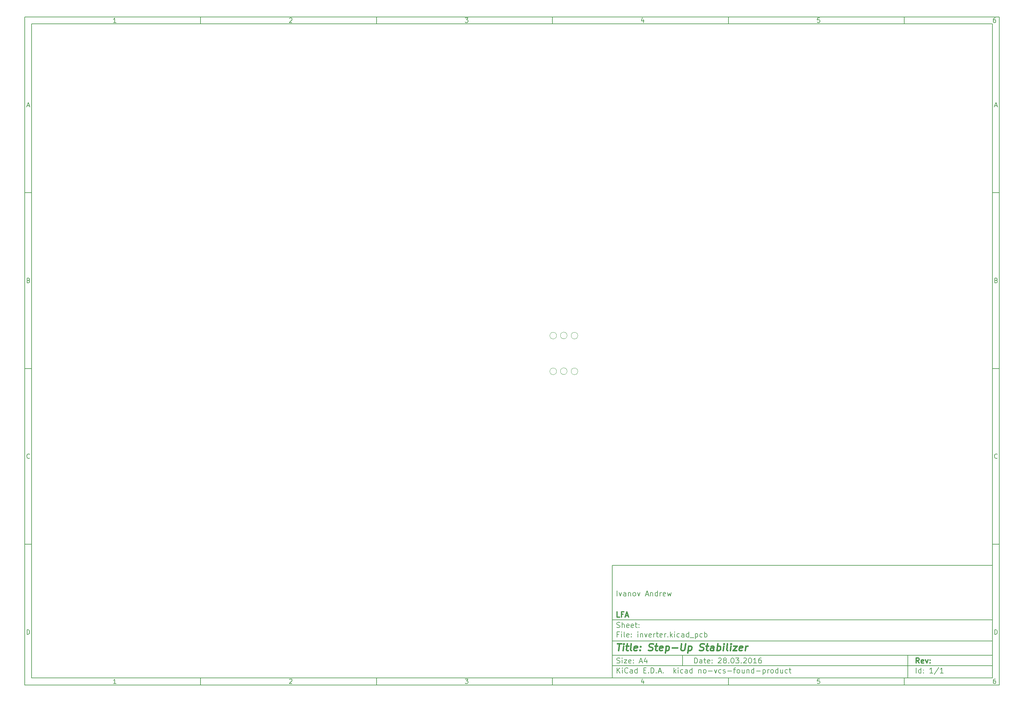
<source format=gbr>
G04 #@! TF.FileFunction,Legend,Bot*
%FSLAX46Y46*%
G04 Gerber Fmt 4.6, Leading zero omitted, Abs format (unit mm)*
G04 Created by KiCad (PCBNEW no-vcs-found-product) date Вт 05 июл 2016 14:43:35*
%MOMM*%
G01*
G04 APERTURE LIST*
%ADD10C,0.100000*%
%ADD11C,0.150000*%
%ADD12C,0.300000*%
%ADD13C,0.400000*%
G04 APERTURE END LIST*
D10*
D11*
X177002200Y-166007200D02*
X177002200Y-198007200D01*
X285002200Y-198007200D01*
X285002200Y-166007200D01*
X177002200Y-166007200D01*
D10*
D11*
X10000000Y-10000000D02*
X10000000Y-200007200D01*
X287002200Y-200007200D01*
X287002200Y-10000000D01*
X10000000Y-10000000D01*
D10*
D11*
X12000000Y-12000000D02*
X12000000Y-198007200D01*
X285002200Y-198007200D01*
X285002200Y-12000000D01*
X12000000Y-12000000D01*
D10*
D11*
X60000000Y-12000000D02*
X60000000Y-10000000D01*
D10*
D11*
X110000000Y-12000000D02*
X110000000Y-10000000D01*
D10*
D11*
X160000000Y-12000000D02*
X160000000Y-10000000D01*
D10*
D11*
X210000000Y-12000000D02*
X210000000Y-10000000D01*
D10*
D11*
X260000000Y-12000000D02*
X260000000Y-10000000D01*
D10*
D11*
X35990476Y-11588095D02*
X35247619Y-11588095D01*
X35619048Y-11588095D02*
X35619048Y-10288095D01*
X35495238Y-10473810D01*
X35371429Y-10597619D01*
X35247619Y-10659524D01*
D10*
D11*
X85247619Y-10411905D02*
X85309524Y-10350000D01*
X85433333Y-10288095D01*
X85742857Y-10288095D01*
X85866667Y-10350000D01*
X85928571Y-10411905D01*
X85990476Y-10535714D01*
X85990476Y-10659524D01*
X85928571Y-10845238D01*
X85185714Y-11588095D01*
X85990476Y-11588095D01*
D10*
D11*
X135185714Y-10288095D02*
X135990476Y-10288095D01*
X135557143Y-10783333D01*
X135742857Y-10783333D01*
X135866667Y-10845238D01*
X135928571Y-10907143D01*
X135990476Y-11030952D01*
X135990476Y-11340476D01*
X135928571Y-11464286D01*
X135866667Y-11526190D01*
X135742857Y-11588095D01*
X135371429Y-11588095D01*
X135247619Y-11526190D01*
X135185714Y-11464286D01*
D10*
D11*
X185866667Y-10721429D02*
X185866667Y-11588095D01*
X185557143Y-10226190D02*
X185247619Y-11154762D01*
X186052381Y-11154762D01*
D10*
D11*
X235928571Y-10288095D02*
X235309524Y-10288095D01*
X235247619Y-10907143D01*
X235309524Y-10845238D01*
X235433333Y-10783333D01*
X235742857Y-10783333D01*
X235866667Y-10845238D01*
X235928571Y-10907143D01*
X235990476Y-11030952D01*
X235990476Y-11340476D01*
X235928571Y-11464286D01*
X235866667Y-11526190D01*
X235742857Y-11588095D01*
X235433333Y-11588095D01*
X235309524Y-11526190D01*
X235247619Y-11464286D01*
D10*
D11*
X285866667Y-10288095D02*
X285619048Y-10288095D01*
X285495238Y-10350000D01*
X285433333Y-10411905D01*
X285309524Y-10597619D01*
X285247619Y-10845238D01*
X285247619Y-11340476D01*
X285309524Y-11464286D01*
X285371429Y-11526190D01*
X285495238Y-11588095D01*
X285742857Y-11588095D01*
X285866667Y-11526190D01*
X285928571Y-11464286D01*
X285990476Y-11340476D01*
X285990476Y-11030952D01*
X285928571Y-10907143D01*
X285866667Y-10845238D01*
X285742857Y-10783333D01*
X285495238Y-10783333D01*
X285371429Y-10845238D01*
X285309524Y-10907143D01*
X285247619Y-11030952D01*
D10*
D11*
X60000000Y-198007200D02*
X60000000Y-200007200D01*
D10*
D11*
X110000000Y-198007200D02*
X110000000Y-200007200D01*
D10*
D11*
X160000000Y-198007200D02*
X160000000Y-200007200D01*
D10*
D11*
X210000000Y-198007200D02*
X210000000Y-200007200D01*
D10*
D11*
X260000000Y-198007200D02*
X260000000Y-200007200D01*
D10*
D11*
X35990476Y-199595295D02*
X35247619Y-199595295D01*
X35619048Y-199595295D02*
X35619048Y-198295295D01*
X35495238Y-198481010D01*
X35371429Y-198604819D01*
X35247619Y-198666724D01*
D10*
D11*
X85247619Y-198419105D02*
X85309524Y-198357200D01*
X85433333Y-198295295D01*
X85742857Y-198295295D01*
X85866667Y-198357200D01*
X85928571Y-198419105D01*
X85990476Y-198542914D01*
X85990476Y-198666724D01*
X85928571Y-198852438D01*
X85185714Y-199595295D01*
X85990476Y-199595295D01*
D10*
D11*
X135185714Y-198295295D02*
X135990476Y-198295295D01*
X135557143Y-198790533D01*
X135742857Y-198790533D01*
X135866667Y-198852438D01*
X135928571Y-198914343D01*
X135990476Y-199038152D01*
X135990476Y-199347676D01*
X135928571Y-199471486D01*
X135866667Y-199533390D01*
X135742857Y-199595295D01*
X135371429Y-199595295D01*
X135247619Y-199533390D01*
X135185714Y-199471486D01*
D10*
D11*
X185866667Y-198728629D02*
X185866667Y-199595295D01*
X185557143Y-198233390D02*
X185247619Y-199161962D01*
X186052381Y-199161962D01*
D10*
D11*
X235928571Y-198295295D02*
X235309524Y-198295295D01*
X235247619Y-198914343D01*
X235309524Y-198852438D01*
X235433333Y-198790533D01*
X235742857Y-198790533D01*
X235866667Y-198852438D01*
X235928571Y-198914343D01*
X235990476Y-199038152D01*
X235990476Y-199347676D01*
X235928571Y-199471486D01*
X235866667Y-199533390D01*
X235742857Y-199595295D01*
X235433333Y-199595295D01*
X235309524Y-199533390D01*
X235247619Y-199471486D01*
D10*
D11*
X285866667Y-198295295D02*
X285619048Y-198295295D01*
X285495238Y-198357200D01*
X285433333Y-198419105D01*
X285309524Y-198604819D01*
X285247619Y-198852438D01*
X285247619Y-199347676D01*
X285309524Y-199471486D01*
X285371429Y-199533390D01*
X285495238Y-199595295D01*
X285742857Y-199595295D01*
X285866667Y-199533390D01*
X285928571Y-199471486D01*
X285990476Y-199347676D01*
X285990476Y-199038152D01*
X285928571Y-198914343D01*
X285866667Y-198852438D01*
X285742857Y-198790533D01*
X285495238Y-198790533D01*
X285371429Y-198852438D01*
X285309524Y-198914343D01*
X285247619Y-199038152D01*
D10*
D11*
X10000000Y-60000000D02*
X12000000Y-60000000D01*
D10*
D11*
X10000000Y-110000000D02*
X12000000Y-110000000D01*
D10*
D11*
X10000000Y-160000000D02*
X12000000Y-160000000D01*
D10*
D11*
X10690476Y-35216667D02*
X11309524Y-35216667D01*
X10566667Y-35588095D02*
X11000000Y-34288095D01*
X11433333Y-35588095D01*
D10*
D11*
X11092857Y-84907143D02*
X11278571Y-84969048D01*
X11340476Y-85030952D01*
X11402381Y-85154762D01*
X11402381Y-85340476D01*
X11340476Y-85464286D01*
X11278571Y-85526190D01*
X11154762Y-85588095D01*
X10659524Y-85588095D01*
X10659524Y-84288095D01*
X11092857Y-84288095D01*
X11216667Y-84350000D01*
X11278571Y-84411905D01*
X11340476Y-84535714D01*
X11340476Y-84659524D01*
X11278571Y-84783333D01*
X11216667Y-84845238D01*
X11092857Y-84907143D01*
X10659524Y-84907143D01*
D10*
D11*
X11402381Y-135464286D02*
X11340476Y-135526190D01*
X11154762Y-135588095D01*
X11030952Y-135588095D01*
X10845238Y-135526190D01*
X10721429Y-135402381D01*
X10659524Y-135278571D01*
X10597619Y-135030952D01*
X10597619Y-134845238D01*
X10659524Y-134597619D01*
X10721429Y-134473810D01*
X10845238Y-134350000D01*
X11030952Y-134288095D01*
X11154762Y-134288095D01*
X11340476Y-134350000D01*
X11402381Y-134411905D01*
D10*
D11*
X10659524Y-185588095D02*
X10659524Y-184288095D01*
X10969048Y-184288095D01*
X11154762Y-184350000D01*
X11278571Y-184473810D01*
X11340476Y-184597619D01*
X11402381Y-184845238D01*
X11402381Y-185030952D01*
X11340476Y-185278571D01*
X11278571Y-185402381D01*
X11154762Y-185526190D01*
X10969048Y-185588095D01*
X10659524Y-185588095D01*
D10*
D11*
X287002200Y-60000000D02*
X285002200Y-60000000D01*
D10*
D11*
X287002200Y-110000000D02*
X285002200Y-110000000D01*
D10*
D11*
X287002200Y-160000000D02*
X285002200Y-160000000D01*
D10*
D11*
X285692676Y-35216667D02*
X286311724Y-35216667D01*
X285568867Y-35588095D02*
X286002200Y-34288095D01*
X286435533Y-35588095D01*
D10*
D11*
X286095057Y-84907143D02*
X286280771Y-84969048D01*
X286342676Y-85030952D01*
X286404581Y-85154762D01*
X286404581Y-85340476D01*
X286342676Y-85464286D01*
X286280771Y-85526190D01*
X286156962Y-85588095D01*
X285661724Y-85588095D01*
X285661724Y-84288095D01*
X286095057Y-84288095D01*
X286218867Y-84350000D01*
X286280771Y-84411905D01*
X286342676Y-84535714D01*
X286342676Y-84659524D01*
X286280771Y-84783333D01*
X286218867Y-84845238D01*
X286095057Y-84907143D01*
X285661724Y-84907143D01*
D10*
D11*
X286404581Y-135464286D02*
X286342676Y-135526190D01*
X286156962Y-135588095D01*
X286033152Y-135588095D01*
X285847438Y-135526190D01*
X285723629Y-135402381D01*
X285661724Y-135278571D01*
X285599819Y-135030952D01*
X285599819Y-134845238D01*
X285661724Y-134597619D01*
X285723629Y-134473810D01*
X285847438Y-134350000D01*
X286033152Y-134288095D01*
X286156962Y-134288095D01*
X286342676Y-134350000D01*
X286404581Y-134411905D01*
D10*
D11*
X285661724Y-185588095D02*
X285661724Y-184288095D01*
X285971248Y-184288095D01*
X286156962Y-184350000D01*
X286280771Y-184473810D01*
X286342676Y-184597619D01*
X286404581Y-184845238D01*
X286404581Y-185030952D01*
X286342676Y-185278571D01*
X286280771Y-185402381D01*
X286156962Y-185526190D01*
X285971248Y-185588095D01*
X285661724Y-185588095D01*
D10*
D11*
X200359343Y-193785771D02*
X200359343Y-192285771D01*
X200716486Y-192285771D01*
X200930771Y-192357200D01*
X201073629Y-192500057D01*
X201145057Y-192642914D01*
X201216486Y-192928629D01*
X201216486Y-193142914D01*
X201145057Y-193428629D01*
X201073629Y-193571486D01*
X200930771Y-193714343D01*
X200716486Y-193785771D01*
X200359343Y-193785771D01*
X202502200Y-193785771D02*
X202502200Y-193000057D01*
X202430771Y-192857200D01*
X202287914Y-192785771D01*
X202002200Y-192785771D01*
X201859343Y-192857200D01*
X202502200Y-193714343D02*
X202359343Y-193785771D01*
X202002200Y-193785771D01*
X201859343Y-193714343D01*
X201787914Y-193571486D01*
X201787914Y-193428629D01*
X201859343Y-193285771D01*
X202002200Y-193214343D01*
X202359343Y-193214343D01*
X202502200Y-193142914D01*
X203002200Y-192785771D02*
X203573629Y-192785771D01*
X203216486Y-192285771D02*
X203216486Y-193571486D01*
X203287914Y-193714343D01*
X203430772Y-193785771D01*
X203573629Y-193785771D01*
X204645057Y-193714343D02*
X204502200Y-193785771D01*
X204216486Y-193785771D01*
X204073629Y-193714343D01*
X204002200Y-193571486D01*
X204002200Y-193000057D01*
X204073629Y-192857200D01*
X204216486Y-192785771D01*
X204502200Y-192785771D01*
X204645057Y-192857200D01*
X204716486Y-193000057D01*
X204716486Y-193142914D01*
X204002200Y-193285771D01*
X205359343Y-193642914D02*
X205430771Y-193714343D01*
X205359343Y-193785771D01*
X205287914Y-193714343D01*
X205359343Y-193642914D01*
X205359343Y-193785771D01*
X205359343Y-192857200D02*
X205430771Y-192928629D01*
X205359343Y-193000057D01*
X205287914Y-192928629D01*
X205359343Y-192857200D01*
X205359343Y-193000057D01*
X207145057Y-192428629D02*
X207216486Y-192357200D01*
X207359343Y-192285771D01*
X207716486Y-192285771D01*
X207859343Y-192357200D01*
X207930772Y-192428629D01*
X208002200Y-192571486D01*
X208002200Y-192714343D01*
X207930772Y-192928629D01*
X207073629Y-193785771D01*
X208002200Y-193785771D01*
X208859343Y-192928629D02*
X208716485Y-192857200D01*
X208645057Y-192785771D01*
X208573628Y-192642914D01*
X208573628Y-192571486D01*
X208645057Y-192428629D01*
X208716485Y-192357200D01*
X208859343Y-192285771D01*
X209145057Y-192285771D01*
X209287914Y-192357200D01*
X209359343Y-192428629D01*
X209430771Y-192571486D01*
X209430771Y-192642914D01*
X209359343Y-192785771D01*
X209287914Y-192857200D01*
X209145057Y-192928629D01*
X208859343Y-192928629D01*
X208716485Y-193000057D01*
X208645057Y-193071486D01*
X208573628Y-193214343D01*
X208573628Y-193500057D01*
X208645057Y-193642914D01*
X208716485Y-193714343D01*
X208859343Y-193785771D01*
X209145057Y-193785771D01*
X209287914Y-193714343D01*
X209359343Y-193642914D01*
X209430771Y-193500057D01*
X209430771Y-193214343D01*
X209359343Y-193071486D01*
X209287914Y-193000057D01*
X209145057Y-192928629D01*
X210073628Y-193642914D02*
X210145056Y-193714343D01*
X210073628Y-193785771D01*
X210002199Y-193714343D01*
X210073628Y-193642914D01*
X210073628Y-193785771D01*
X211073628Y-192285771D02*
X211216485Y-192285771D01*
X211359342Y-192357200D01*
X211430771Y-192428629D01*
X211502200Y-192571486D01*
X211573628Y-192857200D01*
X211573628Y-193214343D01*
X211502200Y-193500057D01*
X211430771Y-193642914D01*
X211359342Y-193714343D01*
X211216485Y-193785771D01*
X211073628Y-193785771D01*
X210930771Y-193714343D01*
X210859342Y-193642914D01*
X210787914Y-193500057D01*
X210716485Y-193214343D01*
X210716485Y-192857200D01*
X210787914Y-192571486D01*
X210859342Y-192428629D01*
X210930771Y-192357200D01*
X211073628Y-192285771D01*
X212073628Y-192285771D02*
X213002199Y-192285771D01*
X212502199Y-192857200D01*
X212716485Y-192857200D01*
X212859342Y-192928629D01*
X212930771Y-193000057D01*
X213002199Y-193142914D01*
X213002199Y-193500057D01*
X212930771Y-193642914D01*
X212859342Y-193714343D01*
X212716485Y-193785771D01*
X212287913Y-193785771D01*
X212145056Y-193714343D01*
X212073628Y-193642914D01*
X213645056Y-193642914D02*
X213716484Y-193714343D01*
X213645056Y-193785771D01*
X213573627Y-193714343D01*
X213645056Y-193642914D01*
X213645056Y-193785771D01*
X214287913Y-192428629D02*
X214359342Y-192357200D01*
X214502199Y-192285771D01*
X214859342Y-192285771D01*
X215002199Y-192357200D01*
X215073628Y-192428629D01*
X215145056Y-192571486D01*
X215145056Y-192714343D01*
X215073628Y-192928629D01*
X214216485Y-193785771D01*
X215145056Y-193785771D01*
X216073627Y-192285771D02*
X216216484Y-192285771D01*
X216359341Y-192357200D01*
X216430770Y-192428629D01*
X216502199Y-192571486D01*
X216573627Y-192857200D01*
X216573627Y-193214343D01*
X216502199Y-193500057D01*
X216430770Y-193642914D01*
X216359341Y-193714343D01*
X216216484Y-193785771D01*
X216073627Y-193785771D01*
X215930770Y-193714343D01*
X215859341Y-193642914D01*
X215787913Y-193500057D01*
X215716484Y-193214343D01*
X215716484Y-192857200D01*
X215787913Y-192571486D01*
X215859341Y-192428629D01*
X215930770Y-192357200D01*
X216073627Y-192285771D01*
X218002198Y-193785771D02*
X217145055Y-193785771D01*
X217573627Y-193785771D02*
X217573627Y-192285771D01*
X217430770Y-192500057D01*
X217287912Y-192642914D01*
X217145055Y-192714343D01*
X219287912Y-192285771D02*
X219002198Y-192285771D01*
X218859341Y-192357200D01*
X218787912Y-192428629D01*
X218645055Y-192642914D01*
X218573626Y-192928629D01*
X218573626Y-193500057D01*
X218645055Y-193642914D01*
X218716483Y-193714343D01*
X218859341Y-193785771D01*
X219145055Y-193785771D01*
X219287912Y-193714343D01*
X219359341Y-193642914D01*
X219430769Y-193500057D01*
X219430769Y-193142914D01*
X219359341Y-193000057D01*
X219287912Y-192928629D01*
X219145055Y-192857200D01*
X218859341Y-192857200D01*
X218716483Y-192928629D01*
X218645055Y-193000057D01*
X218573626Y-193142914D01*
D10*
D11*
X177002200Y-194507200D02*
X285002200Y-194507200D01*
D10*
D11*
X178359343Y-196585771D02*
X178359343Y-195085771D01*
X179216486Y-196585771D02*
X178573629Y-195728629D01*
X179216486Y-195085771D02*
X178359343Y-195942914D01*
X179859343Y-196585771D02*
X179859343Y-195585771D01*
X179859343Y-195085771D02*
X179787914Y-195157200D01*
X179859343Y-195228629D01*
X179930771Y-195157200D01*
X179859343Y-195085771D01*
X179859343Y-195228629D01*
X181430772Y-196442914D02*
X181359343Y-196514343D01*
X181145057Y-196585771D01*
X181002200Y-196585771D01*
X180787915Y-196514343D01*
X180645057Y-196371486D01*
X180573629Y-196228629D01*
X180502200Y-195942914D01*
X180502200Y-195728629D01*
X180573629Y-195442914D01*
X180645057Y-195300057D01*
X180787915Y-195157200D01*
X181002200Y-195085771D01*
X181145057Y-195085771D01*
X181359343Y-195157200D01*
X181430772Y-195228629D01*
X182716486Y-196585771D02*
X182716486Y-195800057D01*
X182645057Y-195657200D01*
X182502200Y-195585771D01*
X182216486Y-195585771D01*
X182073629Y-195657200D01*
X182716486Y-196514343D02*
X182573629Y-196585771D01*
X182216486Y-196585771D01*
X182073629Y-196514343D01*
X182002200Y-196371486D01*
X182002200Y-196228629D01*
X182073629Y-196085771D01*
X182216486Y-196014343D01*
X182573629Y-196014343D01*
X182716486Y-195942914D01*
X184073629Y-196585771D02*
X184073629Y-195085771D01*
X184073629Y-196514343D02*
X183930772Y-196585771D01*
X183645058Y-196585771D01*
X183502200Y-196514343D01*
X183430772Y-196442914D01*
X183359343Y-196300057D01*
X183359343Y-195871486D01*
X183430772Y-195728629D01*
X183502200Y-195657200D01*
X183645058Y-195585771D01*
X183930772Y-195585771D01*
X184073629Y-195657200D01*
X185930772Y-195800057D02*
X186430772Y-195800057D01*
X186645058Y-196585771D02*
X185930772Y-196585771D01*
X185930772Y-195085771D01*
X186645058Y-195085771D01*
X187287915Y-196442914D02*
X187359343Y-196514343D01*
X187287915Y-196585771D01*
X187216486Y-196514343D01*
X187287915Y-196442914D01*
X187287915Y-196585771D01*
X188002201Y-196585771D02*
X188002201Y-195085771D01*
X188359344Y-195085771D01*
X188573629Y-195157200D01*
X188716487Y-195300057D01*
X188787915Y-195442914D01*
X188859344Y-195728629D01*
X188859344Y-195942914D01*
X188787915Y-196228629D01*
X188716487Y-196371486D01*
X188573629Y-196514343D01*
X188359344Y-196585771D01*
X188002201Y-196585771D01*
X189502201Y-196442914D02*
X189573629Y-196514343D01*
X189502201Y-196585771D01*
X189430772Y-196514343D01*
X189502201Y-196442914D01*
X189502201Y-196585771D01*
X190145058Y-196157200D02*
X190859344Y-196157200D01*
X190002201Y-196585771D02*
X190502201Y-195085771D01*
X191002201Y-196585771D01*
X191502201Y-196442914D02*
X191573629Y-196514343D01*
X191502201Y-196585771D01*
X191430772Y-196514343D01*
X191502201Y-196442914D01*
X191502201Y-196585771D01*
X194502201Y-196585771D02*
X194502201Y-195085771D01*
X194645058Y-196014343D02*
X195073629Y-196585771D01*
X195073629Y-195585771D02*
X194502201Y-196157200D01*
X195716487Y-196585771D02*
X195716487Y-195585771D01*
X195716487Y-195085771D02*
X195645058Y-195157200D01*
X195716487Y-195228629D01*
X195787915Y-195157200D01*
X195716487Y-195085771D01*
X195716487Y-195228629D01*
X197073630Y-196514343D02*
X196930773Y-196585771D01*
X196645059Y-196585771D01*
X196502201Y-196514343D01*
X196430773Y-196442914D01*
X196359344Y-196300057D01*
X196359344Y-195871486D01*
X196430773Y-195728629D01*
X196502201Y-195657200D01*
X196645059Y-195585771D01*
X196930773Y-195585771D01*
X197073630Y-195657200D01*
X198359344Y-196585771D02*
X198359344Y-195800057D01*
X198287915Y-195657200D01*
X198145058Y-195585771D01*
X197859344Y-195585771D01*
X197716487Y-195657200D01*
X198359344Y-196514343D02*
X198216487Y-196585771D01*
X197859344Y-196585771D01*
X197716487Y-196514343D01*
X197645058Y-196371486D01*
X197645058Y-196228629D01*
X197716487Y-196085771D01*
X197859344Y-196014343D01*
X198216487Y-196014343D01*
X198359344Y-195942914D01*
X199716487Y-196585771D02*
X199716487Y-195085771D01*
X199716487Y-196514343D02*
X199573630Y-196585771D01*
X199287916Y-196585771D01*
X199145058Y-196514343D01*
X199073630Y-196442914D01*
X199002201Y-196300057D01*
X199002201Y-195871486D01*
X199073630Y-195728629D01*
X199145058Y-195657200D01*
X199287916Y-195585771D01*
X199573630Y-195585771D01*
X199716487Y-195657200D01*
X201573630Y-195585771D02*
X201573630Y-196585771D01*
X201573630Y-195728629D02*
X201645058Y-195657200D01*
X201787916Y-195585771D01*
X202002201Y-195585771D01*
X202145058Y-195657200D01*
X202216487Y-195800057D01*
X202216487Y-196585771D01*
X203145059Y-196585771D02*
X203002201Y-196514343D01*
X202930773Y-196442914D01*
X202859344Y-196300057D01*
X202859344Y-195871486D01*
X202930773Y-195728629D01*
X203002201Y-195657200D01*
X203145059Y-195585771D01*
X203359344Y-195585771D01*
X203502201Y-195657200D01*
X203573630Y-195728629D01*
X203645059Y-195871486D01*
X203645059Y-196300057D01*
X203573630Y-196442914D01*
X203502201Y-196514343D01*
X203359344Y-196585771D01*
X203145059Y-196585771D01*
X204287916Y-196014343D02*
X205430773Y-196014343D01*
X206002202Y-195585771D02*
X206359345Y-196585771D01*
X206716487Y-195585771D01*
X207930773Y-196514343D02*
X207787916Y-196585771D01*
X207502202Y-196585771D01*
X207359344Y-196514343D01*
X207287916Y-196442914D01*
X207216487Y-196300057D01*
X207216487Y-195871486D01*
X207287916Y-195728629D01*
X207359344Y-195657200D01*
X207502202Y-195585771D01*
X207787916Y-195585771D01*
X207930773Y-195657200D01*
X208502201Y-196514343D02*
X208645058Y-196585771D01*
X208930773Y-196585771D01*
X209073630Y-196514343D01*
X209145058Y-196371486D01*
X209145058Y-196300057D01*
X209073630Y-196157200D01*
X208930773Y-196085771D01*
X208716487Y-196085771D01*
X208573630Y-196014343D01*
X208502201Y-195871486D01*
X208502201Y-195800057D01*
X208573630Y-195657200D01*
X208716487Y-195585771D01*
X208930773Y-195585771D01*
X209073630Y-195657200D01*
X209787916Y-196014343D02*
X210930773Y-196014343D01*
X211430773Y-195585771D02*
X212002202Y-195585771D01*
X211645059Y-196585771D02*
X211645059Y-195300057D01*
X211716487Y-195157200D01*
X211859345Y-195085771D01*
X212002202Y-195085771D01*
X212716488Y-196585771D02*
X212573630Y-196514343D01*
X212502202Y-196442914D01*
X212430773Y-196300057D01*
X212430773Y-195871486D01*
X212502202Y-195728629D01*
X212573630Y-195657200D01*
X212716488Y-195585771D01*
X212930773Y-195585771D01*
X213073630Y-195657200D01*
X213145059Y-195728629D01*
X213216488Y-195871486D01*
X213216488Y-196300057D01*
X213145059Y-196442914D01*
X213073630Y-196514343D01*
X212930773Y-196585771D01*
X212716488Y-196585771D01*
X214502202Y-195585771D02*
X214502202Y-196585771D01*
X213859345Y-195585771D02*
X213859345Y-196371486D01*
X213930773Y-196514343D01*
X214073631Y-196585771D01*
X214287916Y-196585771D01*
X214430773Y-196514343D01*
X214502202Y-196442914D01*
X215216488Y-195585771D02*
X215216488Y-196585771D01*
X215216488Y-195728629D02*
X215287916Y-195657200D01*
X215430774Y-195585771D01*
X215645059Y-195585771D01*
X215787916Y-195657200D01*
X215859345Y-195800057D01*
X215859345Y-196585771D01*
X217216488Y-196585771D02*
X217216488Y-195085771D01*
X217216488Y-196514343D02*
X217073631Y-196585771D01*
X216787917Y-196585771D01*
X216645059Y-196514343D01*
X216573631Y-196442914D01*
X216502202Y-196300057D01*
X216502202Y-195871486D01*
X216573631Y-195728629D01*
X216645059Y-195657200D01*
X216787917Y-195585771D01*
X217073631Y-195585771D01*
X217216488Y-195657200D01*
X217930774Y-196014343D02*
X219073631Y-196014343D01*
X219787917Y-195585771D02*
X219787917Y-197085771D01*
X219787917Y-195657200D02*
X219930774Y-195585771D01*
X220216488Y-195585771D01*
X220359345Y-195657200D01*
X220430774Y-195728629D01*
X220502203Y-195871486D01*
X220502203Y-196300057D01*
X220430774Y-196442914D01*
X220359345Y-196514343D01*
X220216488Y-196585771D01*
X219930774Y-196585771D01*
X219787917Y-196514343D01*
X221145060Y-196585771D02*
X221145060Y-195585771D01*
X221145060Y-195871486D02*
X221216488Y-195728629D01*
X221287917Y-195657200D01*
X221430774Y-195585771D01*
X221573631Y-195585771D01*
X222287917Y-196585771D02*
X222145059Y-196514343D01*
X222073631Y-196442914D01*
X222002202Y-196300057D01*
X222002202Y-195871486D01*
X222073631Y-195728629D01*
X222145059Y-195657200D01*
X222287917Y-195585771D01*
X222502202Y-195585771D01*
X222645059Y-195657200D01*
X222716488Y-195728629D01*
X222787917Y-195871486D01*
X222787917Y-196300057D01*
X222716488Y-196442914D01*
X222645059Y-196514343D01*
X222502202Y-196585771D01*
X222287917Y-196585771D01*
X224073631Y-196585771D02*
X224073631Y-195085771D01*
X224073631Y-196514343D02*
X223930774Y-196585771D01*
X223645060Y-196585771D01*
X223502202Y-196514343D01*
X223430774Y-196442914D01*
X223359345Y-196300057D01*
X223359345Y-195871486D01*
X223430774Y-195728629D01*
X223502202Y-195657200D01*
X223645060Y-195585771D01*
X223930774Y-195585771D01*
X224073631Y-195657200D01*
X225430774Y-195585771D02*
X225430774Y-196585771D01*
X224787917Y-195585771D02*
X224787917Y-196371486D01*
X224859345Y-196514343D01*
X225002203Y-196585771D01*
X225216488Y-196585771D01*
X225359345Y-196514343D01*
X225430774Y-196442914D01*
X226787917Y-196514343D02*
X226645060Y-196585771D01*
X226359346Y-196585771D01*
X226216488Y-196514343D01*
X226145060Y-196442914D01*
X226073631Y-196300057D01*
X226073631Y-195871486D01*
X226145060Y-195728629D01*
X226216488Y-195657200D01*
X226359346Y-195585771D01*
X226645060Y-195585771D01*
X226787917Y-195657200D01*
X227216488Y-195585771D02*
X227787917Y-195585771D01*
X227430774Y-195085771D02*
X227430774Y-196371486D01*
X227502202Y-196514343D01*
X227645060Y-196585771D01*
X227787917Y-196585771D01*
D10*
D11*
X177002200Y-191507200D02*
X285002200Y-191507200D01*
D10*
D12*
X264216486Y-193785771D02*
X263716486Y-193071486D01*
X263359343Y-193785771D02*
X263359343Y-192285771D01*
X263930771Y-192285771D01*
X264073629Y-192357200D01*
X264145057Y-192428629D01*
X264216486Y-192571486D01*
X264216486Y-192785771D01*
X264145057Y-192928629D01*
X264073629Y-193000057D01*
X263930771Y-193071486D01*
X263359343Y-193071486D01*
X265430771Y-193714343D02*
X265287914Y-193785771D01*
X265002200Y-193785771D01*
X264859343Y-193714343D01*
X264787914Y-193571486D01*
X264787914Y-193000057D01*
X264859343Y-192857200D01*
X265002200Y-192785771D01*
X265287914Y-192785771D01*
X265430771Y-192857200D01*
X265502200Y-193000057D01*
X265502200Y-193142914D01*
X264787914Y-193285771D01*
X266002200Y-192785771D02*
X266359343Y-193785771D01*
X266716485Y-192785771D01*
X267287914Y-193642914D02*
X267359342Y-193714343D01*
X267287914Y-193785771D01*
X267216485Y-193714343D01*
X267287914Y-193642914D01*
X267287914Y-193785771D01*
X267287914Y-192857200D02*
X267359342Y-192928629D01*
X267287914Y-193000057D01*
X267216485Y-192928629D01*
X267287914Y-192857200D01*
X267287914Y-193000057D01*
D10*
D11*
X178287914Y-193714343D02*
X178502200Y-193785771D01*
X178859343Y-193785771D01*
X179002200Y-193714343D01*
X179073629Y-193642914D01*
X179145057Y-193500057D01*
X179145057Y-193357200D01*
X179073629Y-193214343D01*
X179002200Y-193142914D01*
X178859343Y-193071486D01*
X178573629Y-193000057D01*
X178430771Y-192928629D01*
X178359343Y-192857200D01*
X178287914Y-192714343D01*
X178287914Y-192571486D01*
X178359343Y-192428629D01*
X178430771Y-192357200D01*
X178573629Y-192285771D01*
X178930771Y-192285771D01*
X179145057Y-192357200D01*
X179787914Y-193785771D02*
X179787914Y-192785771D01*
X179787914Y-192285771D02*
X179716485Y-192357200D01*
X179787914Y-192428629D01*
X179859342Y-192357200D01*
X179787914Y-192285771D01*
X179787914Y-192428629D01*
X180359343Y-192785771D02*
X181145057Y-192785771D01*
X180359343Y-193785771D01*
X181145057Y-193785771D01*
X182287914Y-193714343D02*
X182145057Y-193785771D01*
X181859343Y-193785771D01*
X181716486Y-193714343D01*
X181645057Y-193571486D01*
X181645057Y-193000057D01*
X181716486Y-192857200D01*
X181859343Y-192785771D01*
X182145057Y-192785771D01*
X182287914Y-192857200D01*
X182359343Y-193000057D01*
X182359343Y-193142914D01*
X181645057Y-193285771D01*
X183002200Y-193642914D02*
X183073628Y-193714343D01*
X183002200Y-193785771D01*
X182930771Y-193714343D01*
X183002200Y-193642914D01*
X183002200Y-193785771D01*
X183002200Y-192857200D02*
X183073628Y-192928629D01*
X183002200Y-193000057D01*
X182930771Y-192928629D01*
X183002200Y-192857200D01*
X183002200Y-193000057D01*
X184787914Y-193357200D02*
X185502200Y-193357200D01*
X184645057Y-193785771D02*
X185145057Y-192285771D01*
X185645057Y-193785771D01*
X186787914Y-192785771D02*
X186787914Y-193785771D01*
X186430771Y-192214343D02*
X186073628Y-193285771D01*
X187002200Y-193285771D01*
D10*
D11*
X263359343Y-196585771D02*
X263359343Y-195085771D01*
X264716486Y-196585771D02*
X264716486Y-195085771D01*
X264716486Y-196514343D02*
X264573629Y-196585771D01*
X264287915Y-196585771D01*
X264145057Y-196514343D01*
X264073629Y-196442914D01*
X264002200Y-196300057D01*
X264002200Y-195871486D01*
X264073629Y-195728629D01*
X264145057Y-195657200D01*
X264287915Y-195585771D01*
X264573629Y-195585771D01*
X264716486Y-195657200D01*
X265430772Y-196442914D02*
X265502200Y-196514343D01*
X265430772Y-196585771D01*
X265359343Y-196514343D01*
X265430772Y-196442914D01*
X265430772Y-196585771D01*
X265430772Y-195657200D02*
X265502200Y-195728629D01*
X265430772Y-195800057D01*
X265359343Y-195728629D01*
X265430772Y-195657200D01*
X265430772Y-195800057D01*
X268073629Y-196585771D02*
X267216486Y-196585771D01*
X267645058Y-196585771D02*
X267645058Y-195085771D01*
X267502201Y-195300057D01*
X267359343Y-195442914D01*
X267216486Y-195514343D01*
X269787914Y-195014343D02*
X268502200Y-196942914D01*
X271073629Y-196585771D02*
X270216486Y-196585771D01*
X270645058Y-196585771D02*
X270645058Y-195085771D01*
X270502201Y-195300057D01*
X270359343Y-195442914D01*
X270216486Y-195514343D01*
D10*
D11*
X177002200Y-187507200D02*
X285002200Y-187507200D01*
D10*
D13*
X178454581Y-188211962D02*
X179597438Y-188211962D01*
X178776010Y-190211962D02*
X179026010Y-188211962D01*
X180014105Y-190211962D02*
X180180771Y-188878629D01*
X180264105Y-188211962D02*
X180156962Y-188307200D01*
X180240295Y-188402438D01*
X180347439Y-188307200D01*
X180264105Y-188211962D01*
X180240295Y-188402438D01*
X180847438Y-188878629D02*
X181609343Y-188878629D01*
X181216486Y-188211962D02*
X181002200Y-189926248D01*
X181073630Y-190116724D01*
X181252201Y-190211962D01*
X181442677Y-190211962D01*
X182395058Y-190211962D02*
X182216487Y-190116724D01*
X182145057Y-189926248D01*
X182359343Y-188211962D01*
X183930772Y-190116724D02*
X183728391Y-190211962D01*
X183347439Y-190211962D01*
X183168867Y-190116724D01*
X183097438Y-189926248D01*
X183192676Y-189164343D01*
X183311724Y-188973867D01*
X183514105Y-188878629D01*
X183895057Y-188878629D01*
X184073629Y-188973867D01*
X184145057Y-189164343D01*
X184121248Y-189354819D01*
X183145057Y-189545295D01*
X184895057Y-190021486D02*
X184978392Y-190116724D01*
X184871248Y-190211962D01*
X184787915Y-190116724D01*
X184895057Y-190021486D01*
X184871248Y-190211962D01*
X185026010Y-188973867D02*
X185109344Y-189069105D01*
X185002200Y-189164343D01*
X184918867Y-189069105D01*
X185026010Y-188973867D01*
X185002200Y-189164343D01*
X187264106Y-190116724D02*
X187537916Y-190211962D01*
X188014106Y-190211962D01*
X188216487Y-190116724D01*
X188323629Y-190021486D01*
X188442678Y-189831010D01*
X188466487Y-189640533D01*
X188395058Y-189450057D01*
X188311725Y-189354819D01*
X188133153Y-189259581D01*
X187764106Y-189164343D01*
X187585535Y-189069105D01*
X187502201Y-188973867D01*
X187430772Y-188783390D01*
X187454582Y-188592914D01*
X187573629Y-188402438D01*
X187680773Y-188307200D01*
X187883154Y-188211962D01*
X188359344Y-188211962D01*
X188633154Y-188307200D01*
X189133153Y-188878629D02*
X189895058Y-188878629D01*
X189502201Y-188211962D02*
X189287915Y-189926248D01*
X189359345Y-190116724D01*
X189537916Y-190211962D01*
X189728392Y-190211962D01*
X191168868Y-190116724D02*
X190966487Y-190211962D01*
X190585535Y-190211962D01*
X190406963Y-190116724D01*
X190335534Y-189926248D01*
X190430772Y-189164343D01*
X190549820Y-188973867D01*
X190752201Y-188878629D01*
X191133153Y-188878629D01*
X191311725Y-188973867D01*
X191383153Y-189164343D01*
X191359344Y-189354819D01*
X190383153Y-189545295D01*
X192276010Y-188878629D02*
X192026010Y-190878629D01*
X192264106Y-188973867D02*
X192466487Y-188878629D01*
X192847439Y-188878629D01*
X193026011Y-188973867D01*
X193109344Y-189069105D01*
X193180772Y-189259581D01*
X193109344Y-189831010D01*
X192990296Y-190021486D01*
X192883154Y-190116724D01*
X192680773Y-190211962D01*
X192299821Y-190211962D01*
X192121249Y-190116724D01*
X194014106Y-189450057D02*
X195537916Y-189450057D01*
X196645058Y-188211962D02*
X196442677Y-189831010D01*
X196514106Y-190021486D01*
X196597440Y-190116724D01*
X196776011Y-190211962D01*
X197156963Y-190211962D01*
X197359344Y-190116724D01*
X197466487Y-190021486D01*
X197585535Y-189831010D01*
X197787916Y-188211962D01*
X198656962Y-188878629D02*
X198406962Y-190878629D01*
X198645058Y-188973867D02*
X198847439Y-188878629D01*
X199228391Y-188878629D01*
X199406963Y-188973867D01*
X199490296Y-189069105D01*
X199561724Y-189259581D01*
X199490296Y-189831010D01*
X199371248Y-190021486D01*
X199264106Y-190116724D01*
X199061725Y-190211962D01*
X198680773Y-190211962D01*
X198502201Y-190116724D01*
X201740297Y-190116724D02*
X202014107Y-190211962D01*
X202490297Y-190211962D01*
X202692678Y-190116724D01*
X202799820Y-190021486D01*
X202918869Y-189831010D01*
X202942678Y-189640533D01*
X202871249Y-189450057D01*
X202787916Y-189354819D01*
X202609344Y-189259581D01*
X202240297Y-189164343D01*
X202061726Y-189069105D01*
X201978392Y-188973867D01*
X201906963Y-188783390D01*
X201930773Y-188592914D01*
X202049820Y-188402438D01*
X202156964Y-188307200D01*
X202359345Y-188211962D01*
X202835535Y-188211962D01*
X203109345Y-188307200D01*
X203609344Y-188878629D02*
X204371249Y-188878629D01*
X203978392Y-188211962D02*
X203764106Y-189926248D01*
X203835536Y-190116724D01*
X204014107Y-190211962D01*
X204204583Y-190211962D01*
X205728392Y-190211962D02*
X205859344Y-189164343D01*
X205787916Y-188973867D01*
X205609344Y-188878629D01*
X205228392Y-188878629D01*
X205026011Y-188973867D01*
X205740297Y-190116724D02*
X205537916Y-190211962D01*
X205061726Y-190211962D01*
X204883154Y-190116724D01*
X204811725Y-189926248D01*
X204835535Y-189735771D01*
X204954582Y-189545295D01*
X205156964Y-189450057D01*
X205633154Y-189450057D01*
X205835535Y-189354819D01*
X206680773Y-190211962D02*
X206930773Y-188211962D01*
X206835535Y-188973867D02*
X207037916Y-188878629D01*
X207418868Y-188878629D01*
X207597440Y-188973867D01*
X207680773Y-189069105D01*
X207752201Y-189259581D01*
X207680773Y-189831010D01*
X207561725Y-190021486D01*
X207454583Y-190116724D01*
X207252202Y-190211962D01*
X206871250Y-190211962D01*
X206692678Y-190116724D01*
X208490297Y-190211962D02*
X208656963Y-188878629D01*
X208740297Y-188211962D02*
X208633154Y-188307200D01*
X208716487Y-188402438D01*
X208823631Y-188307200D01*
X208740297Y-188211962D01*
X208716487Y-188402438D01*
X209728393Y-190211962D02*
X209549822Y-190116724D01*
X209478392Y-189926248D01*
X209692678Y-188211962D01*
X210490297Y-190211962D02*
X210656963Y-188878629D01*
X210740297Y-188211962D02*
X210633154Y-188307200D01*
X210716487Y-188402438D01*
X210823631Y-188307200D01*
X210740297Y-188211962D01*
X210716487Y-188402438D01*
X211418868Y-188878629D02*
X212466487Y-188878629D01*
X211252202Y-190211962D01*
X212299821Y-190211962D01*
X213835536Y-190116724D02*
X213633155Y-190211962D01*
X213252203Y-190211962D01*
X213073631Y-190116724D01*
X213002202Y-189926248D01*
X213097440Y-189164343D01*
X213216488Y-188973867D01*
X213418869Y-188878629D01*
X213799821Y-188878629D01*
X213978393Y-188973867D01*
X214049821Y-189164343D01*
X214026012Y-189354819D01*
X213049821Y-189545295D01*
X214776012Y-190211962D02*
X214942678Y-188878629D01*
X214895059Y-189259581D02*
X215014108Y-189069105D01*
X215121251Y-188973867D01*
X215323631Y-188878629D01*
X215514107Y-188878629D01*
D10*
D11*
X178859343Y-185600057D02*
X178359343Y-185600057D01*
X178359343Y-186385771D02*
X178359343Y-184885771D01*
X179073629Y-184885771D01*
X179645057Y-186385771D02*
X179645057Y-185385771D01*
X179645057Y-184885771D02*
X179573628Y-184957200D01*
X179645057Y-185028629D01*
X179716485Y-184957200D01*
X179645057Y-184885771D01*
X179645057Y-185028629D01*
X180573629Y-186385771D02*
X180430771Y-186314343D01*
X180359343Y-186171486D01*
X180359343Y-184885771D01*
X181716485Y-186314343D02*
X181573628Y-186385771D01*
X181287914Y-186385771D01*
X181145057Y-186314343D01*
X181073628Y-186171486D01*
X181073628Y-185600057D01*
X181145057Y-185457200D01*
X181287914Y-185385771D01*
X181573628Y-185385771D01*
X181716485Y-185457200D01*
X181787914Y-185600057D01*
X181787914Y-185742914D01*
X181073628Y-185885771D01*
X182430771Y-186242914D02*
X182502199Y-186314343D01*
X182430771Y-186385771D01*
X182359342Y-186314343D01*
X182430771Y-186242914D01*
X182430771Y-186385771D01*
X182430771Y-185457200D02*
X182502199Y-185528629D01*
X182430771Y-185600057D01*
X182359342Y-185528629D01*
X182430771Y-185457200D01*
X182430771Y-185600057D01*
X184287914Y-186385771D02*
X184287914Y-185385771D01*
X184287914Y-184885771D02*
X184216485Y-184957200D01*
X184287914Y-185028629D01*
X184359342Y-184957200D01*
X184287914Y-184885771D01*
X184287914Y-185028629D01*
X185002200Y-185385771D02*
X185002200Y-186385771D01*
X185002200Y-185528629D02*
X185073628Y-185457200D01*
X185216486Y-185385771D01*
X185430771Y-185385771D01*
X185573628Y-185457200D01*
X185645057Y-185600057D01*
X185645057Y-186385771D01*
X186216486Y-185385771D02*
X186573629Y-186385771D01*
X186930771Y-185385771D01*
X188073628Y-186314343D02*
X187930771Y-186385771D01*
X187645057Y-186385771D01*
X187502200Y-186314343D01*
X187430771Y-186171486D01*
X187430771Y-185600057D01*
X187502200Y-185457200D01*
X187645057Y-185385771D01*
X187930771Y-185385771D01*
X188073628Y-185457200D01*
X188145057Y-185600057D01*
X188145057Y-185742914D01*
X187430771Y-185885771D01*
X188787914Y-186385771D02*
X188787914Y-185385771D01*
X188787914Y-185671486D02*
X188859342Y-185528629D01*
X188930771Y-185457200D01*
X189073628Y-185385771D01*
X189216485Y-185385771D01*
X189502199Y-185385771D02*
X190073628Y-185385771D01*
X189716485Y-184885771D02*
X189716485Y-186171486D01*
X189787913Y-186314343D01*
X189930771Y-186385771D01*
X190073628Y-186385771D01*
X191145056Y-186314343D02*
X191002199Y-186385771D01*
X190716485Y-186385771D01*
X190573628Y-186314343D01*
X190502199Y-186171486D01*
X190502199Y-185600057D01*
X190573628Y-185457200D01*
X190716485Y-185385771D01*
X191002199Y-185385771D01*
X191145056Y-185457200D01*
X191216485Y-185600057D01*
X191216485Y-185742914D01*
X190502199Y-185885771D01*
X191859342Y-186385771D02*
X191859342Y-185385771D01*
X191859342Y-185671486D02*
X191930770Y-185528629D01*
X192002199Y-185457200D01*
X192145056Y-185385771D01*
X192287913Y-185385771D01*
X192787913Y-186242914D02*
X192859341Y-186314343D01*
X192787913Y-186385771D01*
X192716484Y-186314343D01*
X192787913Y-186242914D01*
X192787913Y-186385771D01*
X193502199Y-186385771D02*
X193502199Y-184885771D01*
X193645056Y-185814343D02*
X194073627Y-186385771D01*
X194073627Y-185385771D02*
X193502199Y-185957200D01*
X194716485Y-186385771D02*
X194716485Y-185385771D01*
X194716485Y-184885771D02*
X194645056Y-184957200D01*
X194716485Y-185028629D01*
X194787913Y-184957200D01*
X194716485Y-184885771D01*
X194716485Y-185028629D01*
X196073628Y-186314343D02*
X195930771Y-186385771D01*
X195645057Y-186385771D01*
X195502199Y-186314343D01*
X195430771Y-186242914D01*
X195359342Y-186100057D01*
X195359342Y-185671486D01*
X195430771Y-185528629D01*
X195502199Y-185457200D01*
X195645057Y-185385771D01*
X195930771Y-185385771D01*
X196073628Y-185457200D01*
X197359342Y-186385771D02*
X197359342Y-185600057D01*
X197287913Y-185457200D01*
X197145056Y-185385771D01*
X196859342Y-185385771D01*
X196716485Y-185457200D01*
X197359342Y-186314343D02*
X197216485Y-186385771D01*
X196859342Y-186385771D01*
X196716485Y-186314343D01*
X196645056Y-186171486D01*
X196645056Y-186028629D01*
X196716485Y-185885771D01*
X196859342Y-185814343D01*
X197216485Y-185814343D01*
X197359342Y-185742914D01*
X198716485Y-186385771D02*
X198716485Y-184885771D01*
X198716485Y-186314343D02*
X198573628Y-186385771D01*
X198287914Y-186385771D01*
X198145056Y-186314343D01*
X198073628Y-186242914D01*
X198002199Y-186100057D01*
X198002199Y-185671486D01*
X198073628Y-185528629D01*
X198145056Y-185457200D01*
X198287914Y-185385771D01*
X198573628Y-185385771D01*
X198716485Y-185457200D01*
X199073628Y-186528629D02*
X200216485Y-186528629D01*
X200573628Y-185385771D02*
X200573628Y-186885771D01*
X200573628Y-185457200D02*
X200716485Y-185385771D01*
X201002199Y-185385771D01*
X201145056Y-185457200D01*
X201216485Y-185528629D01*
X201287914Y-185671486D01*
X201287914Y-186100057D01*
X201216485Y-186242914D01*
X201145056Y-186314343D01*
X201002199Y-186385771D01*
X200716485Y-186385771D01*
X200573628Y-186314343D01*
X202573628Y-186314343D02*
X202430771Y-186385771D01*
X202145057Y-186385771D01*
X202002199Y-186314343D01*
X201930771Y-186242914D01*
X201859342Y-186100057D01*
X201859342Y-185671486D01*
X201930771Y-185528629D01*
X202002199Y-185457200D01*
X202145057Y-185385771D01*
X202430771Y-185385771D01*
X202573628Y-185457200D01*
X203216485Y-186385771D02*
X203216485Y-184885771D01*
X203216485Y-185457200D02*
X203359342Y-185385771D01*
X203645056Y-185385771D01*
X203787913Y-185457200D01*
X203859342Y-185528629D01*
X203930771Y-185671486D01*
X203930771Y-186100057D01*
X203859342Y-186242914D01*
X203787913Y-186314343D01*
X203645056Y-186385771D01*
X203359342Y-186385771D01*
X203216485Y-186314343D01*
D10*
D11*
X177002200Y-181507200D02*
X285002200Y-181507200D01*
D10*
D11*
X178287914Y-183614343D02*
X178502200Y-183685771D01*
X178859343Y-183685771D01*
X179002200Y-183614343D01*
X179073629Y-183542914D01*
X179145057Y-183400057D01*
X179145057Y-183257200D01*
X179073629Y-183114343D01*
X179002200Y-183042914D01*
X178859343Y-182971486D01*
X178573629Y-182900057D01*
X178430771Y-182828629D01*
X178359343Y-182757200D01*
X178287914Y-182614343D01*
X178287914Y-182471486D01*
X178359343Y-182328629D01*
X178430771Y-182257200D01*
X178573629Y-182185771D01*
X178930771Y-182185771D01*
X179145057Y-182257200D01*
X179787914Y-183685771D02*
X179787914Y-182185771D01*
X180430771Y-183685771D02*
X180430771Y-182900057D01*
X180359342Y-182757200D01*
X180216485Y-182685771D01*
X180002200Y-182685771D01*
X179859342Y-182757200D01*
X179787914Y-182828629D01*
X181716485Y-183614343D02*
X181573628Y-183685771D01*
X181287914Y-183685771D01*
X181145057Y-183614343D01*
X181073628Y-183471486D01*
X181073628Y-182900057D01*
X181145057Y-182757200D01*
X181287914Y-182685771D01*
X181573628Y-182685771D01*
X181716485Y-182757200D01*
X181787914Y-182900057D01*
X181787914Y-183042914D01*
X181073628Y-183185771D01*
X183002199Y-183614343D02*
X182859342Y-183685771D01*
X182573628Y-183685771D01*
X182430771Y-183614343D01*
X182359342Y-183471486D01*
X182359342Y-182900057D01*
X182430771Y-182757200D01*
X182573628Y-182685771D01*
X182859342Y-182685771D01*
X183002199Y-182757200D01*
X183073628Y-182900057D01*
X183073628Y-183042914D01*
X182359342Y-183185771D01*
X183502199Y-182685771D02*
X184073628Y-182685771D01*
X183716485Y-182185771D02*
X183716485Y-183471486D01*
X183787913Y-183614343D01*
X183930771Y-183685771D01*
X184073628Y-183685771D01*
X184573628Y-183542914D02*
X184645056Y-183614343D01*
X184573628Y-183685771D01*
X184502199Y-183614343D01*
X184573628Y-183542914D01*
X184573628Y-183685771D01*
X184573628Y-182757200D02*
X184645056Y-182828629D01*
X184573628Y-182900057D01*
X184502199Y-182828629D01*
X184573628Y-182757200D01*
X184573628Y-182900057D01*
D10*
D12*
X179073629Y-180685771D02*
X178359343Y-180685771D01*
X178359343Y-179185771D01*
X180073629Y-179900057D02*
X179573629Y-179900057D01*
X179573629Y-180685771D02*
X179573629Y-179185771D01*
X180287915Y-179185771D01*
X180787914Y-180257200D02*
X181502200Y-180257200D01*
X180645057Y-180685771D02*
X181145057Y-179185771D01*
X181645057Y-180685771D01*
D10*
D11*
X178359343Y-174685771D02*
X178359343Y-173185771D01*
X178930772Y-173685771D02*
X179287915Y-174685771D01*
X179645057Y-173685771D01*
X180859343Y-174685771D02*
X180859343Y-173900057D01*
X180787914Y-173757200D01*
X180645057Y-173685771D01*
X180359343Y-173685771D01*
X180216486Y-173757200D01*
X180859343Y-174614343D02*
X180716486Y-174685771D01*
X180359343Y-174685771D01*
X180216486Y-174614343D01*
X180145057Y-174471486D01*
X180145057Y-174328629D01*
X180216486Y-174185771D01*
X180359343Y-174114343D01*
X180716486Y-174114343D01*
X180859343Y-174042914D01*
X181573629Y-173685771D02*
X181573629Y-174685771D01*
X181573629Y-173828629D02*
X181645057Y-173757200D01*
X181787915Y-173685771D01*
X182002200Y-173685771D01*
X182145057Y-173757200D01*
X182216486Y-173900057D01*
X182216486Y-174685771D01*
X183145058Y-174685771D02*
X183002200Y-174614343D01*
X182930772Y-174542914D01*
X182859343Y-174400057D01*
X182859343Y-173971486D01*
X182930772Y-173828629D01*
X183002200Y-173757200D01*
X183145058Y-173685771D01*
X183359343Y-173685771D01*
X183502200Y-173757200D01*
X183573629Y-173828629D01*
X183645058Y-173971486D01*
X183645058Y-174400057D01*
X183573629Y-174542914D01*
X183502200Y-174614343D01*
X183359343Y-174685771D01*
X183145058Y-174685771D01*
X184145058Y-173685771D02*
X184502201Y-174685771D01*
X184859343Y-173685771D01*
X186502200Y-174257200D02*
X187216486Y-174257200D01*
X186359343Y-174685771D02*
X186859343Y-173185771D01*
X187359343Y-174685771D01*
X187859343Y-173685771D02*
X187859343Y-174685771D01*
X187859343Y-173828629D02*
X187930771Y-173757200D01*
X188073629Y-173685771D01*
X188287914Y-173685771D01*
X188430771Y-173757200D01*
X188502200Y-173900057D01*
X188502200Y-174685771D01*
X189859343Y-174685771D02*
X189859343Y-173185771D01*
X189859343Y-174614343D02*
X189716486Y-174685771D01*
X189430772Y-174685771D01*
X189287914Y-174614343D01*
X189216486Y-174542914D01*
X189145057Y-174400057D01*
X189145057Y-173971486D01*
X189216486Y-173828629D01*
X189287914Y-173757200D01*
X189430772Y-173685771D01*
X189716486Y-173685771D01*
X189859343Y-173757200D01*
X190573629Y-174685771D02*
X190573629Y-173685771D01*
X190573629Y-173971486D02*
X190645057Y-173828629D01*
X190716486Y-173757200D01*
X190859343Y-173685771D01*
X191002200Y-173685771D01*
X192073628Y-174614343D02*
X191930771Y-174685771D01*
X191645057Y-174685771D01*
X191502200Y-174614343D01*
X191430771Y-174471486D01*
X191430771Y-173900057D01*
X191502200Y-173757200D01*
X191645057Y-173685771D01*
X191930771Y-173685771D01*
X192073628Y-173757200D01*
X192145057Y-173900057D01*
X192145057Y-174042914D01*
X191430771Y-174185771D01*
X192645057Y-173685771D02*
X192930771Y-174685771D01*
X193216485Y-173971486D01*
X193502200Y-174685771D01*
X193787914Y-173685771D01*
D10*
D11*
X197002200Y-191507200D02*
X197002200Y-194507200D01*
D10*
D11*
X261002200Y-191507200D02*
X261002200Y-198007200D01*
D10*
X167199490Y-110800000D02*
G75*
G03X167199490Y-110800000I-949490J0D01*
G01*
X167199490Y-100640000D02*
G75*
G03X167199490Y-100640000I-949490J0D01*
G01*
X164149490Y-100600000D02*
G75*
G03X164149490Y-100600000I-949490J0D01*
G01*
X164149490Y-110760000D02*
G75*
G03X164149490Y-110760000I-949490J0D01*
G01*
X161149490Y-110800000D02*
G75*
G03X161149490Y-110800000I-949490J0D01*
G01*
X161149490Y-100640000D02*
G75*
G03X161149490Y-100640000I-949490J0D01*
G01*
M02*

</source>
